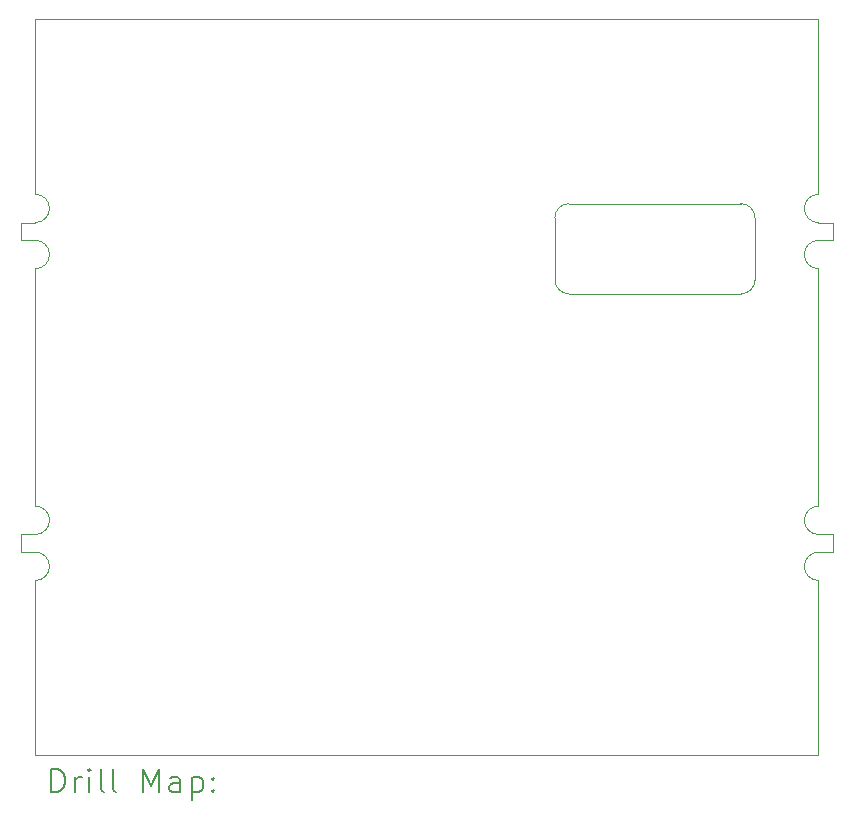
<source format=gbr>
%TF.GenerationSoftware,KiCad,Pcbnew,8.0.8*%
%TF.CreationDate,2025-02-19T14:08:22-05:00*%
%TF.ProjectId,plot_gerbers,706c6f74-5f67-4657-9262-6572732e6b69,rev?*%
%TF.SameCoordinates,Original*%
%TF.FileFunction,Drillmap*%
%TF.FilePolarity,Positive*%
%FSLAX45Y45*%
G04 Gerber Fmt 4.5, Leading zero omitted, Abs format (unit mm)*
G04 Created by KiCad (PCBNEW 8.0.8) date 2025-02-19 14:08:22*
%MOMM*%
%LPD*%
G01*
G04 APERTURE LIST*
%ADD10C,0.050000*%
%ADD11C,0.200000*%
G04 APERTURE END LIST*
D10*
X16572350Y-9238003D02*
X18026997Y-9238003D01*
X12053997Y-7679003D02*
X18683997Y-7679003D01*
X12173997Y-9279003D02*
G75*
G02*
X12053997Y-9399003I-120007J7D01*
G01*
X18683997Y-11799003D02*
X18683997Y-9789003D01*
X18683997Y-12189003D02*
X18808997Y-12189003D01*
X12053997Y-12039003D02*
X11928997Y-12039003D01*
X12173997Y-11919003D02*
G75*
G02*
X12053997Y-12039003I-120007J7D01*
G01*
X18683997Y-12039003D02*
G75*
G02*
X18563997Y-11919003I3J120003D01*
G01*
X12053997Y-7679003D02*
X12053997Y-9159003D01*
X18683997Y-12039003D02*
X18808997Y-12039003D01*
X12053997Y-13909003D02*
X12053997Y-12429003D01*
X18683997Y-13909003D02*
X18683997Y-12429003D01*
X18146997Y-9882003D02*
G75*
G02*
X18026997Y-10002003I-120000J0D01*
G01*
X18683997Y-9399003D02*
G75*
G02*
X18563997Y-9279003I3J120003D01*
G01*
X18563997Y-9669003D02*
G75*
G02*
X18683997Y-9549003I119993J7D01*
G01*
X12173997Y-12309003D02*
G75*
G02*
X12053997Y-12429003I-120007J7D01*
G01*
X11928997Y-9549003D02*
X11928997Y-9399003D01*
X18563997Y-11919003D02*
G75*
G02*
X18683997Y-11799003I119993J7D01*
G01*
X18683997Y-13909003D02*
X12053997Y-13909003D01*
X11928997Y-12189003D02*
X11928997Y-12039003D01*
X18563997Y-9279003D02*
G75*
G02*
X18683997Y-9159003I119993J7D01*
G01*
X12053997Y-9399003D02*
X11928997Y-9399003D01*
X18683997Y-9549003D02*
X18808997Y-9549003D01*
X16572350Y-10002003D02*
X18026997Y-10002003D01*
X12053997Y-9549003D02*
X11928997Y-9549003D01*
X18683997Y-9399003D02*
X18808997Y-9399003D01*
X12173997Y-9669003D02*
G75*
G02*
X12053997Y-9789003I-120007J7D01*
G01*
X18808997Y-9399003D02*
X18808997Y-9549003D01*
X16452350Y-9358003D02*
X16452350Y-9882003D01*
X12053997Y-9789003D02*
X12053997Y-11799003D01*
X12053997Y-12189003D02*
G75*
G02*
X12173997Y-12309003I3J-119997D01*
G01*
X12053997Y-9159003D02*
G75*
G02*
X12173997Y-9279003I3J-119997D01*
G01*
X12053997Y-12189003D02*
X11928997Y-12189003D01*
X18563997Y-12309003D02*
G75*
G02*
X18683997Y-12189003I119993J7D01*
G01*
X12053997Y-9549003D02*
G75*
G02*
X12173997Y-9669003I3J-119997D01*
G01*
X18683997Y-7679003D02*
X18683997Y-9159003D01*
X18026997Y-9238003D02*
G75*
G02*
X18146997Y-9358003I0J-120000D01*
G01*
X12053997Y-11799003D02*
G75*
G02*
X12173997Y-11919003I3J-119997D01*
G01*
X18683997Y-9789003D02*
G75*
G02*
X18563997Y-9669003I3J120003D01*
G01*
X16572350Y-10002003D02*
G75*
G02*
X16452350Y-9882003I0J120000D01*
G01*
X18808997Y-12039003D02*
X18808997Y-12189003D01*
X18146997Y-9882003D02*
X18146997Y-9358003D01*
X16452350Y-9358003D02*
G75*
G02*
X16572350Y-9238003I120000J0D01*
G01*
X18683997Y-12429003D02*
G75*
G02*
X18563997Y-12309003I3J120003D01*
G01*
D11*
X12187274Y-14222987D02*
X12187274Y-14022987D01*
X12187274Y-14022987D02*
X12234893Y-14022987D01*
X12234893Y-14022987D02*
X12263464Y-14032510D01*
X12263464Y-14032510D02*
X12282512Y-14051558D01*
X12282512Y-14051558D02*
X12292036Y-14070606D01*
X12292036Y-14070606D02*
X12301560Y-14108701D01*
X12301560Y-14108701D02*
X12301560Y-14137272D01*
X12301560Y-14137272D02*
X12292036Y-14175367D01*
X12292036Y-14175367D02*
X12282512Y-14194415D01*
X12282512Y-14194415D02*
X12263464Y-14213463D01*
X12263464Y-14213463D02*
X12234893Y-14222987D01*
X12234893Y-14222987D02*
X12187274Y-14222987D01*
X12387274Y-14222987D02*
X12387274Y-14089653D01*
X12387274Y-14127748D02*
X12396798Y-14108701D01*
X12396798Y-14108701D02*
X12406322Y-14099177D01*
X12406322Y-14099177D02*
X12425369Y-14089653D01*
X12425369Y-14089653D02*
X12444417Y-14089653D01*
X12511083Y-14222987D02*
X12511083Y-14089653D01*
X12511083Y-14022987D02*
X12501560Y-14032510D01*
X12501560Y-14032510D02*
X12511083Y-14042034D01*
X12511083Y-14042034D02*
X12520607Y-14032510D01*
X12520607Y-14032510D02*
X12511083Y-14022987D01*
X12511083Y-14022987D02*
X12511083Y-14042034D01*
X12634893Y-14222987D02*
X12615845Y-14213463D01*
X12615845Y-14213463D02*
X12606322Y-14194415D01*
X12606322Y-14194415D02*
X12606322Y-14022987D01*
X12739655Y-14222987D02*
X12720607Y-14213463D01*
X12720607Y-14213463D02*
X12711083Y-14194415D01*
X12711083Y-14194415D02*
X12711083Y-14022987D01*
X12968226Y-14222987D02*
X12968226Y-14022987D01*
X12968226Y-14022987D02*
X13034893Y-14165844D01*
X13034893Y-14165844D02*
X13101560Y-14022987D01*
X13101560Y-14022987D02*
X13101560Y-14222987D01*
X13282512Y-14222987D02*
X13282512Y-14118225D01*
X13282512Y-14118225D02*
X13272988Y-14099177D01*
X13272988Y-14099177D02*
X13253941Y-14089653D01*
X13253941Y-14089653D02*
X13215845Y-14089653D01*
X13215845Y-14089653D02*
X13196798Y-14099177D01*
X13282512Y-14213463D02*
X13263464Y-14222987D01*
X13263464Y-14222987D02*
X13215845Y-14222987D01*
X13215845Y-14222987D02*
X13196798Y-14213463D01*
X13196798Y-14213463D02*
X13187274Y-14194415D01*
X13187274Y-14194415D02*
X13187274Y-14175367D01*
X13187274Y-14175367D02*
X13196798Y-14156320D01*
X13196798Y-14156320D02*
X13215845Y-14146796D01*
X13215845Y-14146796D02*
X13263464Y-14146796D01*
X13263464Y-14146796D02*
X13282512Y-14137272D01*
X13377750Y-14089653D02*
X13377750Y-14289653D01*
X13377750Y-14099177D02*
X13396798Y-14089653D01*
X13396798Y-14089653D02*
X13434893Y-14089653D01*
X13434893Y-14089653D02*
X13453941Y-14099177D01*
X13453941Y-14099177D02*
X13463464Y-14108701D01*
X13463464Y-14108701D02*
X13472988Y-14127748D01*
X13472988Y-14127748D02*
X13472988Y-14184891D01*
X13472988Y-14184891D02*
X13463464Y-14203939D01*
X13463464Y-14203939D02*
X13453941Y-14213463D01*
X13453941Y-14213463D02*
X13434893Y-14222987D01*
X13434893Y-14222987D02*
X13396798Y-14222987D01*
X13396798Y-14222987D02*
X13377750Y-14213463D01*
X13558703Y-14203939D02*
X13568226Y-14213463D01*
X13568226Y-14213463D02*
X13558703Y-14222987D01*
X13558703Y-14222987D02*
X13549179Y-14213463D01*
X13549179Y-14213463D02*
X13558703Y-14203939D01*
X13558703Y-14203939D02*
X13558703Y-14222987D01*
X13558703Y-14099177D02*
X13568226Y-14108701D01*
X13568226Y-14108701D02*
X13558703Y-14118225D01*
X13558703Y-14118225D02*
X13549179Y-14108701D01*
X13549179Y-14108701D02*
X13558703Y-14099177D01*
X13558703Y-14099177D02*
X13558703Y-14118225D01*
M02*

</source>
